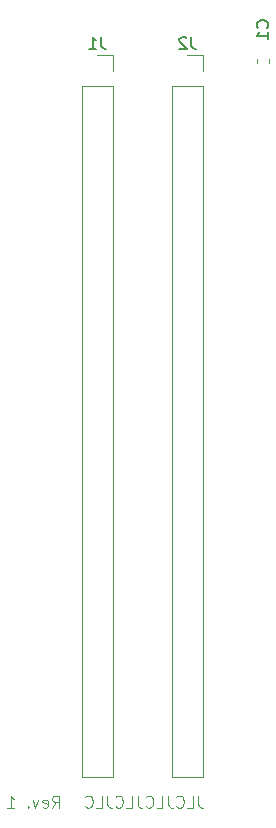
<source format=gbr>
G04 #@! TF.GenerationSoftware,KiCad,Pcbnew,9.0.6-9.0.6~ubuntu25.10.1*
G04 #@! TF.CreationDate,2025-12-24T13:55:13+09:00*
G04 #@! TF.ProjectId,bionic-dct11,62696f6e-6963-42d6-9463-7431312e6b69,1*
G04 #@! TF.SameCoordinates,Original*
G04 #@! TF.FileFunction,Legend,Bot*
G04 #@! TF.FilePolarity,Positive*
%FSLAX46Y46*%
G04 Gerber Fmt 4.6, Leading zero omitted, Abs format (unit mm)*
G04 Created by KiCad (PCBNEW 9.0.6-9.0.6~ubuntu25.10.1) date 2025-12-24 13:55:13*
%MOMM*%
%LPD*%
G01*
G04 APERTURE LIST*
%ADD10C,0.125000*%
%ADD11C,0.150000*%
%ADD12C,0.120000*%
G04 APERTURE END LIST*
D10*
X106077240Y-137435119D02*
X106410573Y-136958928D01*
X106648668Y-137435119D02*
X106648668Y-136435119D01*
X106648668Y-136435119D02*
X106267716Y-136435119D01*
X106267716Y-136435119D02*
X106172478Y-136482738D01*
X106172478Y-136482738D02*
X106124859Y-136530357D01*
X106124859Y-136530357D02*
X106077240Y-136625595D01*
X106077240Y-136625595D02*
X106077240Y-136768452D01*
X106077240Y-136768452D02*
X106124859Y-136863690D01*
X106124859Y-136863690D02*
X106172478Y-136911309D01*
X106172478Y-136911309D02*
X106267716Y-136958928D01*
X106267716Y-136958928D02*
X106648668Y-136958928D01*
X105267716Y-137387500D02*
X105362954Y-137435119D01*
X105362954Y-137435119D02*
X105553430Y-137435119D01*
X105553430Y-137435119D02*
X105648668Y-137387500D01*
X105648668Y-137387500D02*
X105696287Y-137292261D01*
X105696287Y-137292261D02*
X105696287Y-136911309D01*
X105696287Y-136911309D02*
X105648668Y-136816071D01*
X105648668Y-136816071D02*
X105553430Y-136768452D01*
X105553430Y-136768452D02*
X105362954Y-136768452D01*
X105362954Y-136768452D02*
X105267716Y-136816071D01*
X105267716Y-136816071D02*
X105220097Y-136911309D01*
X105220097Y-136911309D02*
X105220097Y-137006547D01*
X105220097Y-137006547D02*
X105696287Y-137101785D01*
X104886763Y-136768452D02*
X104648668Y-137435119D01*
X104648668Y-137435119D02*
X104410573Y-136768452D01*
X104029620Y-137339880D02*
X103982001Y-137387500D01*
X103982001Y-137387500D02*
X104029620Y-137435119D01*
X104029620Y-137435119D02*
X104077239Y-137387500D01*
X104077239Y-137387500D02*
X104029620Y-137339880D01*
X104029620Y-137339880D02*
X104029620Y-137435119D01*
X102267716Y-137435119D02*
X102839144Y-137435119D01*
X102553430Y-137435119D02*
X102553430Y-136435119D01*
X102553430Y-136435119D02*
X102648668Y-136577976D01*
X102648668Y-136577976D02*
X102743906Y-136673214D01*
X102743906Y-136673214D02*
X102839144Y-136720833D01*
X118446048Y-136435119D02*
X118446048Y-137149404D01*
X118446048Y-137149404D02*
X118493667Y-137292261D01*
X118493667Y-137292261D02*
X118588905Y-137387500D01*
X118588905Y-137387500D02*
X118731762Y-137435119D01*
X118731762Y-137435119D02*
X118827000Y-137435119D01*
X117493667Y-137435119D02*
X117969857Y-137435119D01*
X117969857Y-137435119D02*
X117969857Y-136435119D01*
X116588905Y-137339880D02*
X116636524Y-137387500D01*
X116636524Y-137387500D02*
X116779381Y-137435119D01*
X116779381Y-137435119D02*
X116874619Y-137435119D01*
X116874619Y-137435119D02*
X117017476Y-137387500D01*
X117017476Y-137387500D02*
X117112714Y-137292261D01*
X117112714Y-137292261D02*
X117160333Y-137197023D01*
X117160333Y-137197023D02*
X117207952Y-137006547D01*
X117207952Y-137006547D02*
X117207952Y-136863690D01*
X117207952Y-136863690D02*
X117160333Y-136673214D01*
X117160333Y-136673214D02*
X117112714Y-136577976D01*
X117112714Y-136577976D02*
X117017476Y-136482738D01*
X117017476Y-136482738D02*
X116874619Y-136435119D01*
X116874619Y-136435119D02*
X116779381Y-136435119D01*
X116779381Y-136435119D02*
X116636524Y-136482738D01*
X116636524Y-136482738D02*
X116588905Y-136530357D01*
X115874619Y-136435119D02*
X115874619Y-137149404D01*
X115874619Y-137149404D02*
X115922238Y-137292261D01*
X115922238Y-137292261D02*
X116017476Y-137387500D01*
X116017476Y-137387500D02*
X116160333Y-137435119D01*
X116160333Y-137435119D02*
X116255571Y-137435119D01*
X114922238Y-137435119D02*
X115398428Y-137435119D01*
X115398428Y-137435119D02*
X115398428Y-136435119D01*
X114017476Y-137339880D02*
X114065095Y-137387500D01*
X114065095Y-137387500D02*
X114207952Y-137435119D01*
X114207952Y-137435119D02*
X114303190Y-137435119D01*
X114303190Y-137435119D02*
X114446047Y-137387500D01*
X114446047Y-137387500D02*
X114541285Y-137292261D01*
X114541285Y-137292261D02*
X114588904Y-137197023D01*
X114588904Y-137197023D02*
X114636523Y-137006547D01*
X114636523Y-137006547D02*
X114636523Y-136863690D01*
X114636523Y-136863690D02*
X114588904Y-136673214D01*
X114588904Y-136673214D02*
X114541285Y-136577976D01*
X114541285Y-136577976D02*
X114446047Y-136482738D01*
X114446047Y-136482738D02*
X114303190Y-136435119D01*
X114303190Y-136435119D02*
X114207952Y-136435119D01*
X114207952Y-136435119D02*
X114065095Y-136482738D01*
X114065095Y-136482738D02*
X114017476Y-136530357D01*
X113303190Y-136435119D02*
X113303190Y-137149404D01*
X113303190Y-137149404D02*
X113350809Y-137292261D01*
X113350809Y-137292261D02*
X113446047Y-137387500D01*
X113446047Y-137387500D02*
X113588904Y-137435119D01*
X113588904Y-137435119D02*
X113684142Y-137435119D01*
X112350809Y-137435119D02*
X112826999Y-137435119D01*
X112826999Y-137435119D02*
X112826999Y-136435119D01*
X111446047Y-137339880D02*
X111493666Y-137387500D01*
X111493666Y-137387500D02*
X111636523Y-137435119D01*
X111636523Y-137435119D02*
X111731761Y-137435119D01*
X111731761Y-137435119D02*
X111874618Y-137387500D01*
X111874618Y-137387500D02*
X111969856Y-137292261D01*
X111969856Y-137292261D02*
X112017475Y-137197023D01*
X112017475Y-137197023D02*
X112065094Y-137006547D01*
X112065094Y-137006547D02*
X112065094Y-136863690D01*
X112065094Y-136863690D02*
X112017475Y-136673214D01*
X112017475Y-136673214D02*
X111969856Y-136577976D01*
X111969856Y-136577976D02*
X111874618Y-136482738D01*
X111874618Y-136482738D02*
X111731761Y-136435119D01*
X111731761Y-136435119D02*
X111636523Y-136435119D01*
X111636523Y-136435119D02*
X111493666Y-136482738D01*
X111493666Y-136482738D02*
X111446047Y-136530357D01*
X110731761Y-136435119D02*
X110731761Y-137149404D01*
X110731761Y-137149404D02*
X110779380Y-137292261D01*
X110779380Y-137292261D02*
X110874618Y-137387500D01*
X110874618Y-137387500D02*
X111017475Y-137435119D01*
X111017475Y-137435119D02*
X111112713Y-137435119D01*
X109779380Y-137435119D02*
X110255570Y-137435119D01*
X110255570Y-137435119D02*
X110255570Y-136435119D01*
X108874618Y-137339880D02*
X108922237Y-137387500D01*
X108922237Y-137387500D02*
X109065094Y-137435119D01*
X109065094Y-137435119D02*
X109160332Y-137435119D01*
X109160332Y-137435119D02*
X109303189Y-137387500D01*
X109303189Y-137387500D02*
X109398427Y-137292261D01*
X109398427Y-137292261D02*
X109446046Y-137197023D01*
X109446046Y-137197023D02*
X109493665Y-137006547D01*
X109493665Y-137006547D02*
X109493665Y-136863690D01*
X109493665Y-136863690D02*
X109446046Y-136673214D01*
X109446046Y-136673214D02*
X109398427Y-136577976D01*
X109398427Y-136577976D02*
X109303189Y-136482738D01*
X109303189Y-136482738D02*
X109160332Y-136435119D01*
X109160332Y-136435119D02*
X109065094Y-136435119D01*
X109065094Y-136435119D02*
X108922237Y-136482738D01*
X108922237Y-136482738D02*
X108874618Y-136530357D01*
D11*
X110223333Y-72204819D02*
X110223333Y-72919104D01*
X110223333Y-72919104D02*
X110270952Y-73061961D01*
X110270952Y-73061961D02*
X110366190Y-73157200D01*
X110366190Y-73157200D02*
X110509047Y-73204819D01*
X110509047Y-73204819D02*
X110604285Y-73204819D01*
X109223333Y-73204819D02*
X109794761Y-73204819D01*
X109509047Y-73204819D02*
X109509047Y-72204819D01*
X109509047Y-72204819D02*
X109604285Y-72347676D01*
X109604285Y-72347676D02*
X109699523Y-72442914D01*
X109699523Y-72442914D02*
X109794761Y-72490533D01*
X117843333Y-72204819D02*
X117843333Y-72919104D01*
X117843333Y-72919104D02*
X117890952Y-73061961D01*
X117890952Y-73061961D02*
X117986190Y-73157200D01*
X117986190Y-73157200D02*
X118129047Y-73204819D01*
X118129047Y-73204819D02*
X118224285Y-73204819D01*
X117414761Y-72300057D02*
X117367142Y-72252438D01*
X117367142Y-72252438D02*
X117271904Y-72204819D01*
X117271904Y-72204819D02*
X117033809Y-72204819D01*
X117033809Y-72204819D02*
X116938571Y-72252438D01*
X116938571Y-72252438D02*
X116890952Y-72300057D01*
X116890952Y-72300057D02*
X116843333Y-72395295D01*
X116843333Y-72395295D02*
X116843333Y-72490533D01*
X116843333Y-72490533D02*
X116890952Y-72633390D01*
X116890952Y-72633390D02*
X117462380Y-73204819D01*
X117462380Y-73204819D02*
X116843333Y-73204819D01*
X124270380Y-71410333D02*
X124318000Y-71362714D01*
X124318000Y-71362714D02*
X124365619Y-71219857D01*
X124365619Y-71219857D02*
X124365619Y-71124619D01*
X124365619Y-71124619D02*
X124318000Y-70981762D01*
X124318000Y-70981762D02*
X124222761Y-70886524D01*
X124222761Y-70886524D02*
X124127523Y-70838905D01*
X124127523Y-70838905D02*
X123937047Y-70791286D01*
X123937047Y-70791286D02*
X123794190Y-70791286D01*
X123794190Y-70791286D02*
X123603714Y-70838905D01*
X123603714Y-70838905D02*
X123508476Y-70886524D01*
X123508476Y-70886524D02*
X123413238Y-70981762D01*
X123413238Y-70981762D02*
X123365619Y-71124619D01*
X123365619Y-71124619D02*
X123365619Y-71219857D01*
X123365619Y-71219857D02*
X123413238Y-71362714D01*
X123413238Y-71362714D02*
X123460857Y-71410333D01*
X124365619Y-72362714D02*
X124365619Y-71791286D01*
X124365619Y-72077000D02*
X123365619Y-72077000D01*
X123365619Y-72077000D02*
X123508476Y-71981762D01*
X123508476Y-71981762D02*
X123603714Y-71886524D01*
X123603714Y-71886524D02*
X123651333Y-71791286D01*
D12*
X108560000Y-76350000D02*
X111220000Y-76350000D01*
X108560000Y-134830000D02*
X108560000Y-76350000D01*
X108560000Y-134830000D02*
X111220000Y-134830000D01*
X109890000Y-73750000D02*
X111220000Y-73750000D01*
X111220000Y-73750000D02*
X111220000Y-75080000D01*
X111220000Y-134830000D02*
X111220000Y-76350000D01*
X116180000Y-76350000D02*
X118840000Y-76350000D01*
X116180000Y-134830000D02*
X116180000Y-76350000D01*
X116180000Y-134830000D02*
X118840000Y-134830000D01*
X117510000Y-73750000D02*
X118840000Y-73750000D01*
X118840000Y-73750000D02*
X118840000Y-75080000D01*
X118840000Y-134830000D02*
X118840000Y-76350000D01*
X123400800Y-74071233D02*
X123400800Y-74363767D01*
X124420800Y-74071233D02*
X124420800Y-74363767D01*
M02*

</source>
